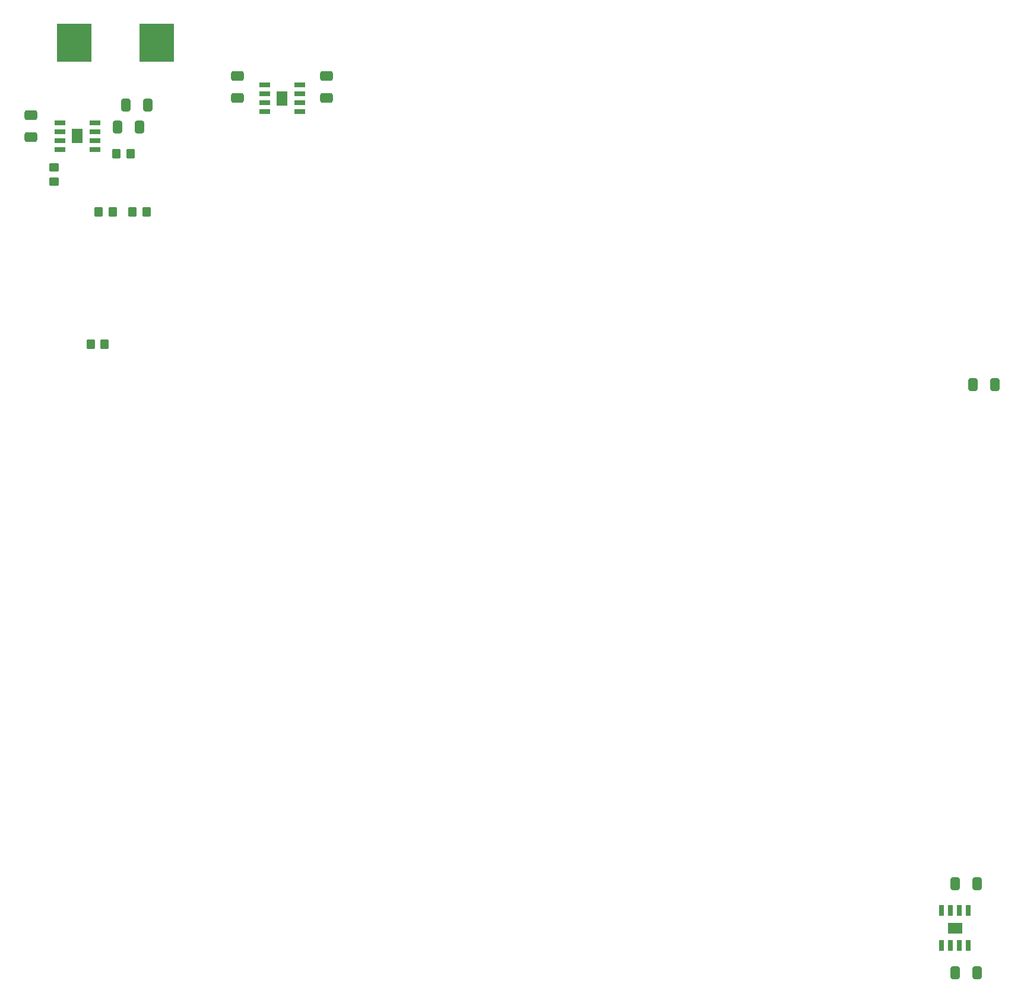
<source format=gbr>
%TF.GenerationSoftware,KiCad,Pcbnew,9.0.0*%
%TF.CreationDate,2025-09-27T10:55:46-04:00*%
%TF.ProjectId,can_gauge_interface,63616e5f-6761-4756-9765-5f696e746572,0.1*%
%TF.SameCoordinates,Original*%
%TF.FileFunction,Paste,Top*%
%TF.FilePolarity,Positive*%
%FSLAX46Y46*%
G04 Gerber Fmt 4.6, Leading zero omitted, Abs format (unit mm)*
G04 Created by KiCad (PCBNEW 9.0.0) date 2025-09-27 10:55:46*
%MOMM*%
%LPD*%
G01*
G04 APERTURE LIST*
G04 Aperture macros list*
%AMRoundRect*
0 Rectangle with rounded corners*
0 $1 Rounding radius*
0 $2 $3 $4 $5 $6 $7 $8 $9 X,Y pos of 4 corners*
0 Add a 4 corners polygon primitive as box body*
4,1,4,$2,$3,$4,$5,$6,$7,$8,$9,$2,$3,0*
0 Add four circle primitives for the rounded corners*
1,1,$1+$1,$2,$3*
1,1,$1+$1,$4,$5*
1,1,$1+$1,$6,$7*
1,1,$1+$1,$8,$9*
0 Add four rect primitives between the rounded corners*
20,1,$1+$1,$2,$3,$4,$5,0*
20,1,$1+$1,$4,$5,$6,$7,0*
20,1,$1+$1,$6,$7,$8,$9,0*
20,1,$1+$1,$8,$9,$2,$3,0*%
G04 Aperture macros list end*
%ADD10RoundRect,0.250000X0.350000X0.450000X-0.350000X0.450000X-0.350000X-0.450000X0.350000X-0.450000X0*%
%ADD11RoundRect,0.250000X-0.350000X-0.450000X0.350000X-0.450000X0.350000X0.450000X-0.350000X0.450000X0*%
%ADD12RoundRect,0.250000X-0.412500X-0.650000X0.412500X-0.650000X0.412500X0.650000X-0.412500X0.650000X0*%
%ADD13RoundRect,0.250000X0.650000X-0.412500X0.650000X0.412500X-0.650000X0.412500X-0.650000X-0.412500X0*%
%ADD14RoundRect,0.250000X-0.450000X0.350000X-0.450000X-0.350000X0.450000X-0.350000X0.450000X0.350000X0*%
%ADD15R,0.802000X1.505000*%
%ADD16R,2.101200X1.567800*%
%ADD17R,1.505000X0.802000*%
%ADD18R,1.567800X2.101200*%
%ADD19R,4.900000X5.400000*%
G04 APERTURE END LIST*
D10*
%TO.C,R8*%
X50800000Y-128905000D03*
X48800000Y-128905000D03*
%TD*%
D11*
%TO.C,R1*%
X54745000Y-110000000D03*
X56745000Y-110000000D03*
%TD*%
D12*
%TO.C,C11*%
X174675000Y-134620000D03*
X177800000Y-134620000D03*
%TD*%
D13*
%TO.C,C6*%
X69715000Y-93782500D03*
X69715000Y-90657500D03*
%TD*%
D14*
%TO.C,R3*%
X43553000Y-103650000D03*
X43553000Y-105650000D03*
%TD*%
D11*
%TO.C,R2*%
X49935000Y-110000000D03*
X51935000Y-110000000D03*
%TD*%
D10*
%TO.C,R5*%
X54475000Y-101745000D03*
X52475000Y-101745000D03*
%TD*%
D12*
%TO.C,C8*%
X172085000Y-205861875D03*
X175210000Y-205861875D03*
%TD*%
D15*
%TO.C,U7*%
X170180000Y-214666875D03*
X171450000Y-214666875D03*
X172720000Y-214666875D03*
X173990000Y-214666875D03*
X173990000Y-209671875D03*
X172720000Y-209671875D03*
X171450000Y-209671875D03*
X170180000Y-209671875D03*
D16*
X172085000Y-212169375D03*
%TD*%
D13*
%TO.C,C1*%
X40251000Y-99370500D03*
X40251000Y-96245500D03*
%TD*%
D17*
%TO.C,U5*%
X44400000Y-97300000D03*
X44400000Y-98570000D03*
X44400000Y-99840000D03*
X44400000Y-101110000D03*
X49395000Y-101110000D03*
X49395000Y-99840000D03*
X49395000Y-98570000D03*
X49395000Y-97300000D03*
D18*
X46897500Y-99205000D03*
%TD*%
D19*
%TO.C,L1*%
X46416000Y-85870000D03*
X58216000Y-85870000D03*
%TD*%
D12*
%TO.C,C3*%
X52620000Y-97935000D03*
X55745000Y-97935000D03*
%TD*%
%TO.C,C2*%
X53840000Y-94760000D03*
X56965000Y-94760000D03*
%TD*%
%TO.C,C9*%
X172135000Y-218561875D03*
X175260000Y-218561875D03*
%TD*%
D13*
%TO.C,C7*%
X82415000Y-93782500D03*
X82415000Y-90657500D03*
%TD*%
D17*
%TO.C,U6*%
X78605000Y-95737500D03*
X78605000Y-94467500D03*
X78605000Y-93197500D03*
X78605000Y-91927500D03*
X73610000Y-91927500D03*
X73610000Y-93197500D03*
X73610000Y-94467500D03*
X73610000Y-95737500D03*
D18*
X76107500Y-93832500D03*
%TD*%
M02*

</source>
